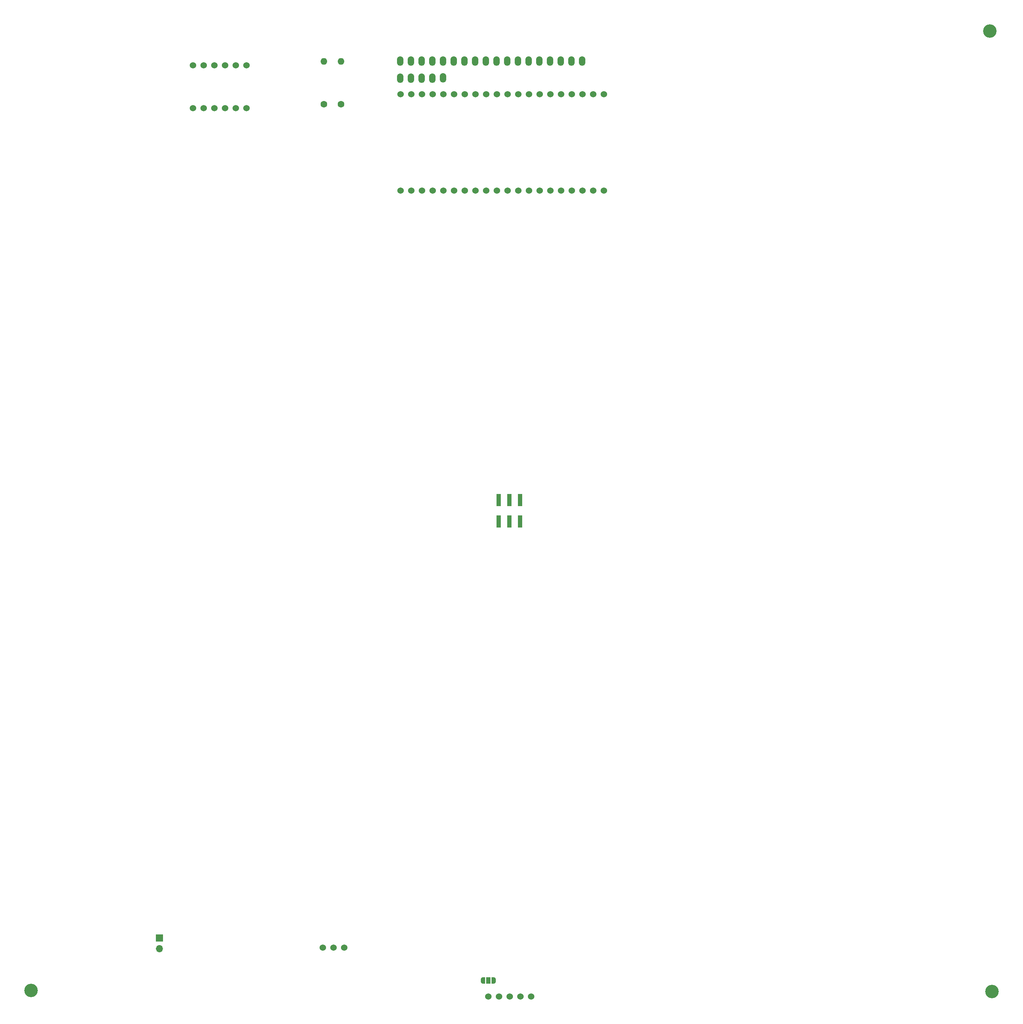
<source format=gbr>
%TF.GenerationSoftware,KiCad,Pcbnew,(6.0.1)*%
%TF.CreationDate,2022-02-23T07:06:03+01:00*%
%TF.ProjectId,ZigerWordClock,5a696765-7257-46f7-9264-436c6f636b2e,1.0*%
%TF.SameCoordinates,Original*%
%TF.FileFunction,Soldermask,Bot*%
%TF.FilePolarity,Negative*%
%FSLAX46Y46*%
G04 Gerber Fmt 4.6, Leading zero omitted, Abs format (unit mm)*
G04 Created by KiCad (PCBNEW (6.0.1)) date 2022-02-23 07:06:03*
%MOMM*%
%LPD*%
G01*
G04 APERTURE LIST*
G04 Aperture macros list*
%AMFreePoly0*
4,1,22,0.550000,-0.750000,0.000000,-0.750000,0.000000,-0.745033,-0.079941,-0.743568,-0.215256,-0.701293,-0.333266,-0.622738,-0.424486,-0.514219,-0.481581,-0.384460,-0.499164,-0.250000,-0.500000,-0.250000,-0.500000,0.250000,-0.499164,0.250000,-0.499963,0.256109,-0.478152,0.396186,-0.417904,0.524511,-0.324060,0.630769,-0.204165,0.706417,-0.067858,0.745374,0.000000,0.744959,0.000000,0.750000,
0.550000,0.750000,0.550000,-0.750000,0.550000,-0.750000,$1*%
%AMFreePoly1*
4,1,20,0.000000,0.744959,0.073905,0.744508,0.209726,0.703889,0.328688,0.626782,0.421226,0.519385,0.479903,0.390333,0.500000,0.250000,0.500000,-0.250000,0.499851,-0.262216,0.476331,-0.402017,0.414519,-0.529596,0.319384,-0.634700,0.198574,-0.708877,0.061801,-0.746166,0.000000,-0.745033,0.000000,-0.750000,-0.550000,-0.750000,-0.550000,0.750000,0.000000,0.750000,0.000000,0.744959,
0.000000,0.744959,$1*%
G04 Aperture macros list end*
%ADD10C,1.600000*%
%ADD11O,1.600000X1.600000*%
%ADD12C,3.200000*%
%ADD13C,1.524000*%
%ADD14O,1.524000X2.286000*%
%ADD15R,1.000000X3.000000*%
%ADD16FreePoly0,180.000000*%
%ADD17R,1.000000X1.500000*%
%ADD18FreePoly1,180.000000*%
%ADD19R,1.700000X1.700000*%
%ADD20O,1.700000X1.700000*%
G04 APERTURE END LIST*
D10*
%TO.C,R1*%
X120000000Y-53160000D03*
D11*
X120000000Y-43000000D03*
%TD*%
D12*
%TO.C,REF\u002A\u002A*%
X274066000Y-35814000D03*
%TD*%
D13*
%TO.C,U20*%
X115697000Y-253238000D03*
X118237000Y-253238000D03*
X120777000Y-253238000D03*
%TD*%
D12*
%TO.C,REF\u002A\u002A*%
X274574000Y-263652000D03*
%TD*%
D10*
%TO.C,R2*%
X116000000Y-53160000D03*
D11*
X116000000Y-43000000D03*
%TD*%
D12*
%TO.C,REF\u002A\u002A*%
X46482000Y-263398000D03*
%TD*%
D13*
%TO.C,U1*%
X154978654Y-264801230D03*
X162598654Y-264801230D03*
X160058654Y-264801230D03*
X157518654Y-264801230D03*
X165138654Y-264801230D03*
%TD*%
D14*
%TO.C,JP10*%
X141732000Y-42926000D03*
%TD*%
%TO.C,JP2*%
X144272000Y-46926000D03*
%TD*%
%TO.C,JP9*%
X139192000Y-42926000D03*
%TD*%
%TO.C,JP5*%
X139192000Y-46990000D03*
%TD*%
D13*
%TO.C,U4*%
X84900000Y-54080000D03*
X87440000Y-54080000D03*
X89980000Y-54080000D03*
X92520000Y-54080000D03*
X95060000Y-54080000D03*
X97600000Y-54080000D03*
X97600000Y-43920000D03*
X95060000Y-43920000D03*
X92520000Y-43920000D03*
X89980000Y-43920000D03*
X87440000Y-43920000D03*
X84900000Y-43920000D03*
%TD*%
D14*
%TO.C,JP15*%
X154432000Y-42926000D03*
%TD*%
%TO.C,JP3*%
X134112000Y-46990000D03*
%TD*%
%TO.C,JP20*%
X167132000Y-42926000D03*
%TD*%
%TO.C,JP8*%
X136652000Y-46990000D03*
%TD*%
%TO.C,JP18*%
X162052000Y-42926000D03*
%TD*%
%TO.C,JP16*%
X156972000Y-42926000D03*
%TD*%
D15*
%TO.C,J1*%
X157480000Y-152126000D03*
X157480000Y-147086000D03*
X160020000Y-152126000D03*
X160020000Y-147086000D03*
X162560000Y-152126000D03*
X162560000Y-147086000D03*
%TD*%
D14*
%TO.C,JP21*%
X169672000Y-42926000D03*
%TD*%
%TO.C,JP24*%
X177292000Y-42926000D03*
%TD*%
%TO.C,JP13*%
X149352000Y-42926000D03*
%TD*%
D13*
%TO.C,U2*%
X134141500Y-50760000D03*
X136681500Y-50760000D03*
X139221500Y-50760000D03*
X141761500Y-50760000D03*
X144301500Y-50760000D03*
X146841500Y-50760000D03*
X149381500Y-50760000D03*
X151921500Y-50760000D03*
X154461500Y-50760000D03*
X157001500Y-50760000D03*
X159541500Y-50760000D03*
X162081500Y-50760000D03*
X164621500Y-50760000D03*
X167161500Y-50760000D03*
X169701500Y-50760000D03*
X172241500Y-50760000D03*
X174781500Y-50760000D03*
X177321500Y-50760000D03*
X179861500Y-50760000D03*
X182401500Y-50760000D03*
X182401500Y-73620000D03*
X179861500Y-73620000D03*
X177321500Y-73620000D03*
X174781500Y-73620000D03*
X172241500Y-73620000D03*
X169701500Y-73620000D03*
X167161500Y-73620000D03*
X164621500Y-73620000D03*
X162081500Y-73620000D03*
X159541500Y-73620000D03*
X157001500Y-73620000D03*
X154461500Y-73620000D03*
X151921500Y-73620000D03*
X149381500Y-73620000D03*
X146841500Y-73620000D03*
X144301500Y-73620000D03*
X141761500Y-73620000D03*
X139221500Y-73620000D03*
X136681500Y-73620000D03*
X134141500Y-73620000D03*
%TD*%
D16*
%TO.C,JP1*%
X156300000Y-261000000D03*
D17*
X155000000Y-261000000D03*
D18*
X153700000Y-261000000D03*
%TD*%
D14*
%TO.C,JP17*%
X159512000Y-42926000D03*
%TD*%
%TO.C,JP7*%
X134112000Y-42926000D03*
%TD*%
%TO.C,JP19*%
X164592000Y-42926000D03*
%TD*%
%TO.C,JP6*%
X141732000Y-46990000D03*
%TD*%
D19*
%TO.C,J2*%
X76962000Y-250947000D03*
D20*
X76962000Y-253487000D03*
%TD*%
D14*
%TO.C,JP22*%
X172212000Y-42926000D03*
%TD*%
%TO.C,JP12*%
X146812000Y-42926000D03*
%TD*%
%TO.C,JP4*%
X136652000Y-42926000D03*
%TD*%
%TO.C,JP11*%
X144272000Y-42926000D03*
%TD*%
%TO.C,JP14*%
X151892000Y-42926000D03*
%TD*%
%TO.C,JP23*%
X174752000Y-42926000D03*
%TD*%
M02*

</source>
